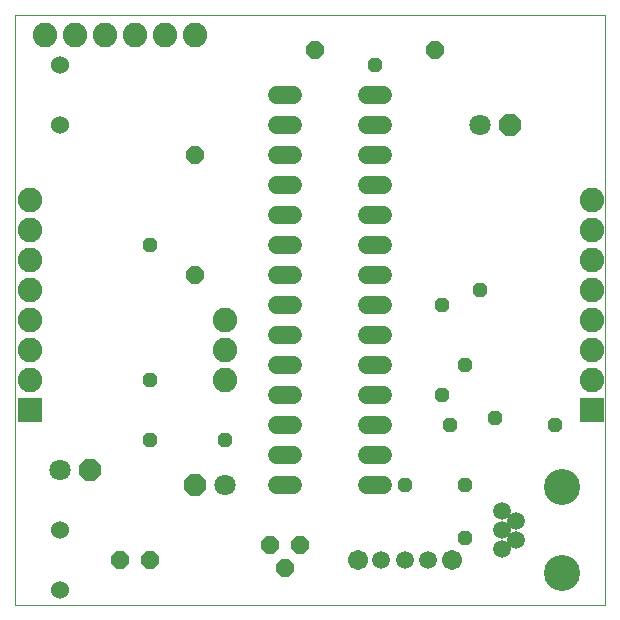
<source format=gts>
G75*
%MOIN*%
%OFA0B0*%
%FSLAX25Y25*%
%IPPOS*%
%LPD*%
%AMOC8*
5,1,8,0,0,1.08239X$1,22.5*
%
%ADD10C,0.00000*%
%ADD11OC8,0.07100*%
%ADD12C,0.07100*%
%ADD13C,0.08200*%
%ADD14R,0.08200X0.08200*%
%ADD15OC8,0.06000*%
%ADD16C,0.06000*%
%ADD17C,0.06000*%
%ADD18C,0.05950*%
%ADD19C,0.06737*%
%ADD20C,0.12020*%
%ADD21OC8,0.04762*%
D10*
X0001800Y0007904D02*
X0001800Y0204754D01*
X0198650Y0204754D01*
X0198650Y0007904D01*
X0001800Y0007904D01*
D11*
X0026800Y0052904D03*
X0061800Y0047904D03*
X0166800Y0167904D03*
D12*
X0156800Y0167904D03*
X0071800Y0047904D03*
X0016800Y0052904D03*
D13*
X0006800Y0082904D03*
X0006800Y0092904D03*
X0006800Y0102904D03*
X0006800Y0112904D03*
X0006800Y0122904D03*
X0006800Y0132904D03*
X0006800Y0142904D03*
X0011800Y0197904D03*
X0021800Y0197904D03*
X0031800Y0197904D03*
X0041800Y0197904D03*
X0051800Y0197904D03*
X0061800Y0197904D03*
X0071800Y0102904D03*
X0071800Y0092904D03*
X0071800Y0082904D03*
X0194300Y0082904D03*
X0194300Y0092904D03*
X0194300Y0102904D03*
X0194300Y0112904D03*
X0194300Y0122904D03*
X0194300Y0132904D03*
X0194300Y0142904D03*
D14*
X0194300Y0072904D03*
X0006800Y0072904D03*
D15*
X0036800Y0022904D03*
X0046800Y0022904D03*
X0086800Y0027904D03*
X0091800Y0020404D03*
X0096800Y0027904D03*
X0061800Y0117904D03*
X0061800Y0157904D03*
X0101800Y0192904D03*
X0141800Y0192904D03*
D16*
X0124400Y0177904D02*
X0119200Y0177904D01*
X0119200Y0167904D02*
X0124400Y0167904D01*
X0124400Y0157904D02*
X0119200Y0157904D01*
X0119200Y0147904D02*
X0124400Y0147904D01*
X0124400Y0137904D02*
X0119200Y0137904D01*
X0119200Y0127904D02*
X0124400Y0127904D01*
X0124400Y0117904D02*
X0119200Y0117904D01*
X0119200Y0107904D02*
X0124400Y0107904D01*
X0124400Y0097904D02*
X0119200Y0097904D01*
X0119200Y0087904D02*
X0124400Y0087904D01*
X0124400Y0077904D02*
X0119200Y0077904D01*
X0119200Y0067904D02*
X0124400Y0067904D01*
X0124400Y0057904D02*
X0119200Y0057904D01*
X0119200Y0047904D02*
X0124400Y0047904D01*
X0094400Y0047904D02*
X0089200Y0047904D01*
X0089200Y0057904D02*
X0094400Y0057904D01*
X0094400Y0067904D02*
X0089200Y0067904D01*
X0089200Y0077904D02*
X0094400Y0077904D01*
X0094400Y0087904D02*
X0089200Y0087904D01*
X0089200Y0097904D02*
X0094400Y0097904D01*
X0094400Y0107904D02*
X0089200Y0107904D01*
X0089200Y0117904D02*
X0094400Y0117904D01*
X0094400Y0127904D02*
X0089200Y0127904D01*
X0089200Y0137904D02*
X0094400Y0137904D01*
X0094400Y0147904D02*
X0089200Y0147904D01*
X0089200Y0157904D02*
X0094400Y0157904D01*
X0094400Y0167904D02*
X0089200Y0167904D01*
X0089200Y0177904D02*
X0094400Y0177904D01*
D17*
X0016800Y0187904D03*
X0016800Y0167904D03*
X0016800Y0032904D03*
X0016800Y0012904D03*
D18*
X0123926Y0022904D03*
X0131800Y0022904D03*
X0139674Y0022904D03*
X0164221Y0026604D03*
X0168946Y0029754D03*
X0164221Y0032904D03*
X0168946Y0036053D03*
X0164221Y0039203D03*
D19*
X0147548Y0022904D03*
X0116052Y0022904D03*
D20*
X0184300Y0018533D03*
X0184300Y0047274D03*
D21*
X0181800Y0067904D03*
X0161800Y0070404D03*
X0146800Y0067904D03*
X0144300Y0077904D03*
X0151800Y0087904D03*
X0144300Y0107904D03*
X0156800Y0112904D03*
X0151800Y0047904D03*
X0151800Y0030404D03*
X0131800Y0047904D03*
X0071800Y0062904D03*
X0046800Y0062904D03*
X0046800Y0082904D03*
X0046800Y0127904D03*
X0121800Y0187904D03*
M02*

</source>
